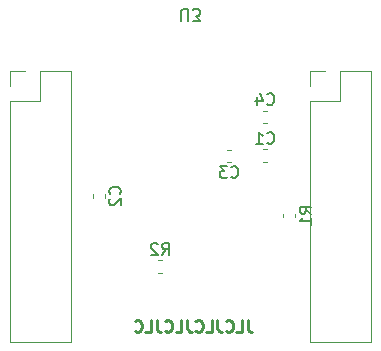
<source format=gbr>
%TF.GenerationSoftware,KiCad,Pcbnew,(5.99.0-2290-gd34f8fd4b)*%
%TF.CreationDate,2020-09-13T23:37:03+02:00*%
%TF.ProjectId,audio-esp32,61756469-6f2d-4657-9370-33322e6b6963,rev?*%
%TF.SameCoordinates,Original*%
%TF.FileFunction,Legend,Bot*%
%TF.FilePolarity,Positive*%
%FSLAX46Y46*%
G04 Gerber Fmt 4.6, Leading zero omitted, Abs format (unit mm)*
G04 Created by KiCad (PCBNEW (5.99.0-2290-gd34f8fd4b)) date 2020-09-13 23:37:03*
%MOMM*%
%LPD*%
G01*
G04 APERTURE LIST*
%ADD10C,0.250000*%
%ADD11C,0.150000*%
%ADD12C,0.120000*%
G04 APERTURE END LIST*
D10*
X154733047Y-88098380D02*
X154733047Y-88812666D01*
X154780666Y-88955523D01*
X154875904Y-89050761D01*
X155018761Y-89098380D01*
X155114000Y-89098380D01*
X153780666Y-89098380D02*
X154256857Y-89098380D01*
X154256857Y-88098380D01*
X152875904Y-89003142D02*
X152923523Y-89050761D01*
X153066380Y-89098380D01*
X153161619Y-89098380D01*
X153304476Y-89050761D01*
X153399714Y-88955523D01*
X153447333Y-88860285D01*
X153494952Y-88669809D01*
X153494952Y-88526952D01*
X153447333Y-88336476D01*
X153399714Y-88241238D01*
X153304476Y-88146000D01*
X153161619Y-88098380D01*
X153066380Y-88098380D01*
X152923523Y-88146000D01*
X152875904Y-88193619D01*
X152161619Y-88098380D02*
X152161619Y-88812666D01*
X152209238Y-88955523D01*
X152304476Y-89050761D01*
X152447333Y-89098380D01*
X152542571Y-89098380D01*
X151209238Y-89098380D02*
X151685428Y-89098380D01*
X151685428Y-88098380D01*
X150304476Y-89003142D02*
X150352095Y-89050761D01*
X150494952Y-89098380D01*
X150590190Y-89098380D01*
X150733047Y-89050761D01*
X150828285Y-88955523D01*
X150875904Y-88860285D01*
X150923523Y-88669809D01*
X150923523Y-88526952D01*
X150875904Y-88336476D01*
X150828285Y-88241238D01*
X150733047Y-88146000D01*
X150590190Y-88098380D01*
X150494952Y-88098380D01*
X150352095Y-88146000D01*
X150304476Y-88193619D01*
X149590190Y-88098380D02*
X149590190Y-88812666D01*
X149637809Y-88955523D01*
X149733047Y-89050761D01*
X149875904Y-89098380D01*
X149971142Y-89098380D01*
X148637809Y-89098380D02*
X149114000Y-89098380D01*
X149114000Y-88098380D01*
X147733047Y-89003142D02*
X147780666Y-89050761D01*
X147923523Y-89098380D01*
X148018761Y-89098380D01*
X148161619Y-89050761D01*
X148256857Y-88955523D01*
X148304476Y-88860285D01*
X148352095Y-88669809D01*
X148352095Y-88526952D01*
X148304476Y-88336476D01*
X148256857Y-88241238D01*
X148161619Y-88146000D01*
X148018761Y-88098380D01*
X147923523Y-88098380D01*
X147780666Y-88146000D01*
X147733047Y-88193619D01*
X147018761Y-88098380D02*
X147018761Y-88812666D01*
X147066380Y-88955523D01*
X147161619Y-89050761D01*
X147304476Y-89098380D01*
X147399714Y-89098380D01*
X146066380Y-89098380D02*
X146542571Y-89098380D01*
X146542571Y-88098380D01*
X145161619Y-89003142D02*
X145209238Y-89050761D01*
X145352095Y-89098380D01*
X145447333Y-89098380D01*
X145590190Y-89050761D01*
X145685428Y-88955523D01*
X145733047Y-88860285D01*
X145780666Y-88669809D01*
X145780666Y-88526952D01*
X145733047Y-88336476D01*
X145685428Y-88241238D01*
X145590190Y-88146000D01*
X145447333Y-88098380D01*
X145352095Y-88098380D01*
X145209238Y-88146000D01*
X145161619Y-88193619D01*
D11*
%TO.C,U3*%
X149124033Y-62752567D02*
X149124033Y-61943043D01*
X149171652Y-61847805D01*
X149219271Y-61800186D01*
X149314509Y-61752567D01*
X149504985Y-61752567D01*
X149600223Y-61800186D01*
X149647842Y-61847805D01*
X149695461Y-61943043D01*
X149695461Y-62752567D01*
X150076414Y-62752567D02*
X150695461Y-62752567D01*
X150362128Y-62371614D01*
X150504985Y-62371614D01*
X150600223Y-62323995D01*
X150647842Y-62276376D01*
X150695461Y-62181138D01*
X150695461Y-61943043D01*
X150647842Y-61847805D01*
X150600223Y-61800186D01*
X150504985Y-61752567D01*
X150219271Y-61752567D01*
X150124033Y-61800186D01*
X150076414Y-61847805D01*
%TO.C,R2*%
X147486666Y-82588380D02*
X147820000Y-82112190D01*
X148058095Y-82588380D02*
X148058095Y-81588380D01*
X147677142Y-81588380D01*
X147581904Y-81636000D01*
X147534285Y-81683619D01*
X147486666Y-81778857D01*
X147486666Y-81921714D01*
X147534285Y-82016952D01*
X147581904Y-82064571D01*
X147677142Y-82112190D01*
X148058095Y-82112190D01*
X147105714Y-81683619D02*
X147058095Y-81636000D01*
X146962857Y-81588380D01*
X146724761Y-81588380D01*
X146629523Y-81636000D01*
X146581904Y-81683619D01*
X146534285Y-81778857D01*
X146534285Y-81874095D01*
X146581904Y-82016952D01*
X147153333Y-82588380D01*
X146534285Y-82588380D01*
%TO.C,R1*%
X160124380Y-79081333D02*
X159648190Y-78748000D01*
X160124380Y-78509904D02*
X159124380Y-78509904D01*
X159124380Y-78890857D01*
X159172000Y-78986095D01*
X159219619Y-79033714D01*
X159314857Y-79081333D01*
X159457714Y-79081333D01*
X159552952Y-79033714D01*
X159600571Y-78986095D01*
X159648190Y-78890857D01*
X159648190Y-78509904D01*
X160124380Y-80033714D02*
X160124380Y-79462285D01*
X160124380Y-79748000D02*
X159124380Y-79748000D01*
X159267238Y-79652761D01*
X159362476Y-79557523D01*
X159410095Y-79462285D01*
%TO.C,C4*%
X156376666Y-69810380D02*
X156424285Y-69857999D01*
X156567142Y-69905618D01*
X156662380Y-69905618D01*
X156805238Y-69857999D01*
X156900476Y-69762761D01*
X156948095Y-69667523D01*
X156995714Y-69477047D01*
X156995714Y-69334190D01*
X156948095Y-69143714D01*
X156900476Y-69048476D01*
X156805238Y-68953238D01*
X156662380Y-68905618D01*
X156567142Y-68905618D01*
X156424285Y-68953238D01*
X156376666Y-69000857D01*
X155519523Y-69238952D02*
X155519523Y-69905618D01*
X155757619Y-68857999D02*
X155995714Y-69572285D01*
X155376666Y-69572285D01*
%TO.C,C3*%
X153328666Y-75980194D02*
X153376285Y-76027813D01*
X153519142Y-76075432D01*
X153614380Y-76075432D01*
X153757238Y-76027813D01*
X153852476Y-75932575D01*
X153900095Y-75837337D01*
X153947714Y-75646861D01*
X153947714Y-75504004D01*
X153900095Y-75313528D01*
X153852476Y-75218290D01*
X153757238Y-75123052D01*
X153614380Y-75075432D01*
X153519142Y-75075432D01*
X153376285Y-75123052D01*
X153328666Y-75170671D01*
X152995333Y-75075432D02*
X152376285Y-75075432D01*
X152709619Y-75456385D01*
X152566761Y-75456385D01*
X152471523Y-75504004D01*
X152423904Y-75551623D01*
X152376285Y-75646861D01*
X152376285Y-75884956D01*
X152423904Y-75980194D01*
X152471523Y-76027813D01*
X152566761Y-76075432D01*
X152852476Y-76075432D01*
X152947714Y-76027813D01*
X152995333Y-75980194D01*
%TO.C,C2*%
X143900142Y-77430333D02*
X143947761Y-77382714D01*
X143995380Y-77239857D01*
X143995380Y-77144619D01*
X143947761Y-77001761D01*
X143852523Y-76906523D01*
X143757285Y-76858904D01*
X143566809Y-76811285D01*
X143423952Y-76811285D01*
X143233476Y-76858904D01*
X143138238Y-76906523D01*
X143043000Y-77001761D01*
X142995380Y-77144619D01*
X142995380Y-77239857D01*
X143043000Y-77382714D01*
X143090619Y-77430333D01*
X143090619Y-77811285D02*
X143043000Y-77858904D01*
X142995380Y-77954142D01*
X142995380Y-78192238D01*
X143043000Y-78287476D01*
X143090619Y-78335095D01*
X143185857Y-78382714D01*
X143281095Y-78382714D01*
X143423952Y-78335095D01*
X143995380Y-77763666D01*
X143995380Y-78382714D01*
%TO.C,C1*%
X156376666Y-73096250D02*
X156424285Y-73143869D01*
X156567142Y-73191488D01*
X156662380Y-73191488D01*
X156805238Y-73143869D01*
X156900476Y-73048631D01*
X156948095Y-72953393D01*
X156995714Y-72762917D01*
X156995714Y-72620060D01*
X156948095Y-72429584D01*
X156900476Y-72334346D01*
X156805238Y-72239108D01*
X156662380Y-72191488D01*
X156567142Y-72191488D01*
X156424285Y-72239108D01*
X156376666Y-72286727D01*
X155424285Y-73191488D02*
X155995714Y-73191488D01*
X155710000Y-73191488D02*
X155710000Y-72191488D01*
X155805238Y-72334346D01*
X155900476Y-72429584D01*
X155995714Y-72477203D01*
D12*
%TO.C,U3*%
X159985938Y-66970948D02*
X161315938Y-66970948D01*
X159985938Y-69570948D02*
X162585938Y-69570948D01*
X159985938Y-89950948D02*
X165185938Y-89950948D01*
X159985938Y-68300948D02*
X159985938Y-66970948D01*
X159985938Y-69570948D02*
X159985938Y-89950948D01*
X162585938Y-66970948D02*
X165185938Y-66970948D01*
X162585938Y-69570948D02*
X162585938Y-66970948D01*
X165185938Y-66970948D02*
X165185938Y-89950948D01*
X134585938Y-66970948D02*
X135915938Y-66970948D01*
X134585938Y-69570948D02*
X137185938Y-69570948D01*
X134585938Y-89950948D02*
X139785938Y-89950948D01*
X134585938Y-68300948D02*
X134585938Y-66970948D01*
X134585938Y-69570948D02*
X134585938Y-89950948D01*
X137185938Y-66970948D02*
X139785938Y-66970948D01*
X137185938Y-69570948D02*
X137185938Y-66970948D01*
X139785938Y-66970948D02*
X139785938Y-89950948D01*
%TO.C,R2*%
X147482779Y-84076000D02*
X147157221Y-84076000D01*
X147482779Y-83056000D02*
X147157221Y-83056000D01*
%TO.C,R1*%
X157732000Y-79410779D02*
X157732000Y-79085221D01*
X158752000Y-79410779D02*
X158752000Y-79085221D01*
%TO.C,C4*%
X156372779Y-71393238D02*
X156047221Y-71393238D01*
X156372779Y-70373238D02*
X156047221Y-70373238D01*
%TO.C,C3*%
X152999221Y-73683052D02*
X153324779Y-73683052D01*
X152999221Y-74703052D02*
X153324779Y-74703052D01*
%TO.C,C2*%
X141603000Y-77759779D02*
X141603000Y-77434221D01*
X142623000Y-77759779D02*
X142623000Y-77434221D01*
%TO.C,C1*%
X156372779Y-74679108D02*
X156047221Y-74679108D01*
X156372779Y-73659108D02*
X156047221Y-73659108D01*
%TD*%
M02*

</source>
